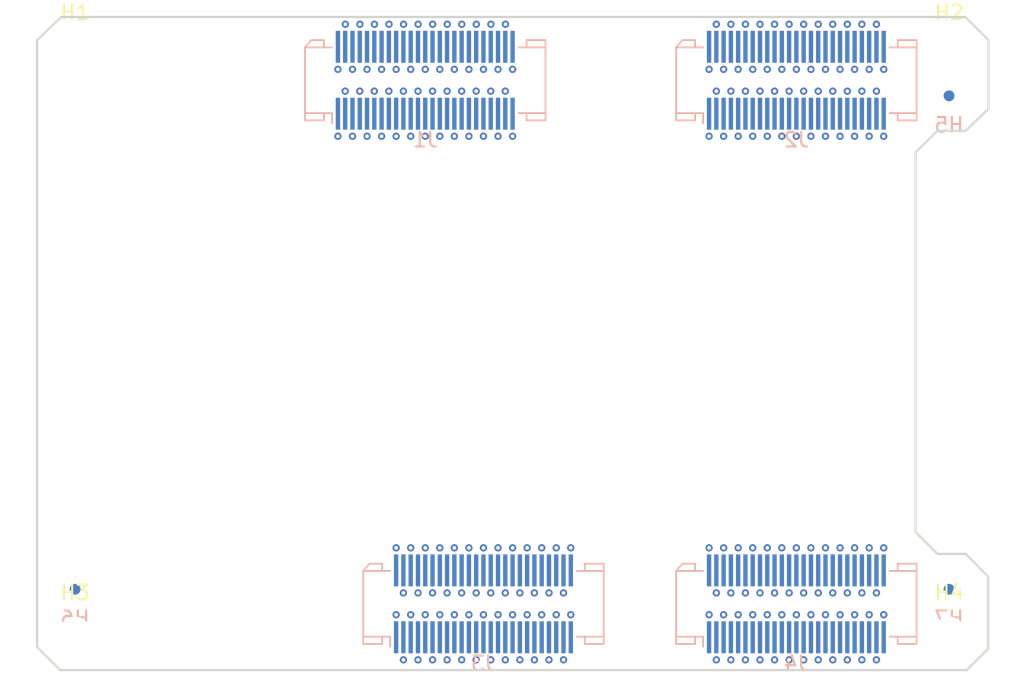
<source format=kicad_pcb>
(kicad_pcb (version 20211014) (generator pcbnew)
  (layers (0 "F.Cu" signal) (1 "In1.Cu" signal) (2 "In2.Cu" signal) (31 "B.Cu" signal) (34 "B.Paste" user) (35 "F.Paste" user) (36 "B.SilkS" user "B.Silkscreen") (37 "F.SilkS" user "F.Silkscreen") (38 "B.Mask" user) (39 "F.Mask" user) (44 "Edge.Cuts" user))
  (net 0 "")
  (footprint "MountingHole:MountingHole_2.2mm_M2_ISO7380" (layer "F.Cu") (at 34.58 87.68)
    (fp_text reference "H3" (at 0 -2.75) (layer "F.SilkS"))
    (fp_text value "MountingHole")
    (pad "" np_thru_hole circle locked (at 0 0) (size 2.2 2.2) (drill 2.2) (layers *.Cu *.Mask))
  )
  (footprint "MountingHole:MountingHole_2.2mm_M2_ISO7380" (layer "F.Cu") (at 34.58 47.78)
    (fp_text reference "H1" (at 0 -2.75) (layer "F.SilkS"))
    (fp_text value "MountingHole")
    (pad "" np_thru_hole circle locked (at 0 0) (size 2.2 2.2) (drill 2.2) (layers *.Cu *.Mask))
  )
  (footprint "MountingHole:MountingHole_2.2mm_M2_ISO7380" (layer "F.Cu") (at 94.65 47.78)
    (fp_text reference "H2" (at 0 -2.75) (layer "F.SilkS"))
    (fp_text value "MountingHole")
    (pad "" np_thru_hole circle locked (at 0 0) (size 2.2 2.2) (drill 2.2) (layers *.Cu *.Mask))
  )
  (footprint "MountingHole:MountingHole_2.2mm_M2_ISO7380" (layer "F.Cu") (at 94.65 87.68)
    (fp_text reference "H4" (at 0 -2.75) (layer "F.SilkS"))
    (fp_text value "MountingHole")
    (pad "" np_thru_hole circle locked (at 0 0) (size 2.2 2.2) (drill 2.2) (layers *.Cu *.Mask))
  )
  (footprint "4UCON:4UCON_2x25_P0.50mm_Vertical" (layer "B.Cu") (at 58.65 49.7)
    (fp_text reference "J1" (at 0 4.1) (layer "B.SilkS") (effects (justify mirror)))
    (fp_text value "BANK_A")
    (fp_line (start -8.26 -2.26) (end -7.826667 -2.76) (layer "B.SilkS") (width 0.12))
    (fp_line (start 6.96 2.76) (end 6.96 2.26) (layer "B.SilkS") (width 0.12))
    (fp_line (start -6.96 -2.76) (end -6.96 -2.26) (layer "B.SilkS") (width 0.12))
    (fp_line (start -7.826667 -2.76) (end -6.96 -2.76) (layer "B.SilkS") (width 0.12))
    (fp_line (start 8.26 2.76) (end 6.96 2.76) (layer "B.SilkS") (width 0.12))
    (fp_line (start 8.26 2.26) (end 6.41 2.26) (layer "B.SilkS") (width 0.12))
    (fp_line (start -6.41 2.26) (end -6.41 2.95) (layer "B.SilkS") (width 0.12))
    (fp_line (start 8.26 2.26) (end 8.26 2.76) (layer "B.SilkS") (width 0.12))
    (fp_line (start -8.26 -2.26) (end -8.26 2.26) (layer "B.SilkS") (width 0.12))
    (fp_line (start -6.96 2.76) (end -6.96 2.26) (layer "B.SilkS") (width 0.12))
    (fp_line (start -8.26 2.26) (end -8.26 2.76) (layer "B.SilkS") (width 0.12))
    (fp_line (start 8.26 -2.76) (end 6.96 -2.76) (layer "B.SilkS") (width 0.12))
    (fp_line (start -6.41 -2.26) (end -8.26 -2.26) (layer "B.SilkS") (width 0.12))
    (fp_line (start -8.26 2.26) (end -6.41 2.26) (layer "B.SilkS") (width 0.12))
    (fp_line (start 6.96 -2.76) (end 6.96 -2.26) (layer "B.SilkS") (width 0.12))
    (fp_line (start 6.41 -2.26) (end 8.26 -2.26) (layer "B.SilkS") (width 0.12))
    (fp_line (start -8.26 2.76) (end -6.96 2.76) (layer "B.SilkS") (width 0.12))
    (fp_line (start 8.26 -2.26) (end 8.26 -2.76) (layer "B.SilkS") (width 0.12))
    (fp_line (start 8.26 -2.26) (end 8.26 2.26) (layer "B.SilkS") (width 0.12))
    (pad "1" smd rect locked (at -6 -2.3) (size 0.3 2.2) (layers "B.Cu" "B.Paste" "B.Mask"))
    (pad "2" smd rect locked (at -5.5 -2.3) (size 0.3 2.2) (layers "B.Cu" "B.Paste" "B.Mask"))
    (pad "3" smd rect locked (at -5 -2.3) (size 0.3 2.2) (layers "B.Cu" "B.Paste" "B.Mask"))
    (pad "4" smd rect locked (at -4.5 -2.3) (size 0.3 2.2) (layers "B.Cu" "B.Paste" "B.Mask"))
    (pad "5" smd rect locked (at -4 -2.3) (size 0.3 2.2) (layers "B.Cu" "B.Paste" "B.Mask"))
    (pad "6" smd rect locked (at -3.5 -2.3) (size 0.3 2.2) (layers "B.Cu" "B.Paste" "B.Mask"))
    (pad "7" smd rect locked (at -3 -2.3) (size 0.3 2.2) (layers "B.Cu" "B.Paste" "B.Mask"))
    (pad "8" smd rect locked (at -2.5 -2.3) (size 0.3 2.2) (layers "B.Cu" "B.Paste" "B.Mask"))
    (pad "9" smd rect locked (at -2 -2.3) (size 0.3 2.2) (layers "B.Cu" "B.Paste" "B.Mask"))
    (pad "10" smd rect locked (at -1.5 -2.3) (size 0.3 2.2) (layers "B.Cu" "B.Paste" "B.Mask"))
    (pad "11" smd rect locked (at -1 -2.3) (size 0.3 2.2) (layers "B.Cu" "B.Paste" "B.Mask"))
    (pad "12" smd rect locked (at -0.5 -2.3) (size 0.3 2.2) (layers "B.Cu" "B.Paste" "B.Mask"))
    (pad "13" smd rect locked (at 0 -2.3) (size 0.3 2.2) (layers "B.Cu" "B.Paste" "B.Mask"))
    (pad "14" smd rect locked (at 0.5 -2.3) (size 0.3 2.2) (layers "B.Cu" "B.Paste" "B.Mask"))
    (pad "15" smd rect locked (at 1 -2.3) (size 0.3 2.2) (layers "B.Cu" "B.Paste" "B.Mask"))
    (pad "16" smd rect locked (at 1.5 -2.3) (size 0.3 2.2) (layers "B.Cu" "B.Paste" "B.Mask"))
    (pad "17" smd rect locked (at 2 -2.3) (size 0.3 2.2) (layers "B.Cu" "B.Paste" "B.Mask"))
    (pad "18" smd rect locked (at 2.5 -2.3) (size 0.3 2.2) (layers "B.Cu" "B.Paste" "B.Mask"))
    (pad "19" smd rect locked (at 3 -2.3) (size 0.3 2.2) (layers "B.Cu" "B.Paste" "B.Mask"))
    (pad "20" smd rect locked (at 3.5 -2.3) (size 0.3 2.2) (layers "B.Cu" "B.Paste" "B.Mask"))
    (pad "21" smd rect locked (at 4 -2.3) (size 0.3 2.2) (layers "B.Cu" "B.Paste" "B.Mask"))
    (pad "22" smd rect locked (at 4.5 -2.3) (size 0.3 2.2) (layers "B.Cu" "B.Paste" "B.Mask"))
    (pad "23" smd rect locked (at 5 -2.3) (size 0.3 2.2) (layers "B.Cu" "B.Paste" "B.Mask"))
    (pad "24" smd rect locked (at 5.5 -2.3) (size 0.3 2.2) (layers "B.Cu" "B.Paste" "B.Mask"))
    (pad "25" smd rect locked (at 6 -2.3) (size 0.3 2.2) (layers "B.Cu" "B.Paste" "B.Mask"))
    (pad "26" smd rect locked (at 6 2.3) (size 0.3 2.2) (layers "B.Cu" "B.Paste" "B.Mask"))
    (pad "27" smd rect locked (at 5.5 2.3) (size 0.3 2.2) (layers "B.Cu" "B.Paste" "B.Mask"))
    (pad "28" smd rect locked (at 5 2.3) (size 0.3 2.2) (layers "B.Cu" "B.Paste" "B.Mask"))
    (pad "29" smd rect locked (at 4.5 2.3) (size 0.3 2.2) (layers "B.Cu" "B.Paste" "B.Mask"))
    (pad "30" smd rect locked (at 4 2.3) (size 0.3 2.2) (layers "B.Cu" "B.Paste" "B.Mask"))
    (pad "31" smd rect locked (at 3.5 2.3) (size 0.3 2.2) (layers "B.Cu" "B.Paste" "B.Mask"))
    (pad "32" smd rect locked (at 3 2.3) (size 0.3 2.2) (layers "B.Cu" "B.Paste" "B.Mask"))
    (pad "33" smd rect locked (at 2.5 2.3) (size 0.3 2.2) (layers "B.Cu" "B.Paste" "B.Mask"))
    (pad "34" smd rect locked (at 2 2.3) (size 0.3 2.2) (layers "B.Cu" "B.Paste" "B.Mask"))
    (pad "35" smd rect locked (at 1.5 2.3) (size 0.3 2.2) (layers "B.Cu" "B.Paste" "B.Mask"))
    (pad "36" smd rect locked (at 1 2.3) (size 0.3 2.2) (layers "B.Cu" "B.Paste" "B.Mask"))
    (pad "37" smd rect locked (at 0.5 2.3) (size 0.3 2.2) (layers "B.Cu" "B.Paste" "B.Mask"))
    (pad "38" smd rect locked (at 0 2.3) (size 0.3 2.2) (layers "B.Cu" "B.Paste" "B.Mask"))
    (pad "39" smd rect locked (at -0.5 2.3) (size 0.3 2.2) (layers "B.Cu" "B.Paste" "B.Mask"))
    (pad "40" smd rect locked (at -1 2.3) (size 0.3 2.2) (layers "B.Cu" "B.Paste" "B.Mask"))
    (pad "41" smd rect locked (at -1.5 2.3) (size 0.3 2.2) (layers "B.Cu" "B.Paste" "B.Mask"))
    (pad "42" smd rect locked (at -2 2.3) (size 0.3 2.2) (layers "B.Cu" "B.Paste" "B.Mask"))
    (pad "43" smd rect locked (at -2.5 2.3) (size 0.3 2.2) (layers "B.Cu" "B.Paste" "B.Mask"))
    (pad "44" smd rect locked (at -3 2.3) (size 0.3 2.2) (layers "B.Cu" "B.Paste" "B.Mask"))
    (pad "45" smd rect locked (at -3.5 2.3) (size 0.3 2.2) (layers "B.Cu" "B.Paste" "B.Mask"))
    (pad "46" smd rect locked (at -4 2.3) (size 0.3 2.2) (layers "B.Cu" "B.Paste" "B.Mask"))
    (pad "47" smd rect locked (at -4.5 2.3) (size 0.3 2.2) (layers "B.Cu" "B.Paste" "B.Mask"))
    (pad "48" smd rect locked (at -5 2.3) (size 0.3 2.2) (layers "B.Cu" "B.Paste" "B.Mask"))
    (pad "49" smd rect locked (at -5.5 2.3) (size 0.3 2.2) (layers "B.Cu" "B.Paste" "B.Mask"))
    (pad "50" smd rect locked (at -6 2.3) (size 0.3 2.2) (layers "B.Cu" "B.Paste" "B.Mask"))
  )
  (footprint "4UCON:4UCON_2x25_P0.50mm_Vertical" (layer "B.Cu") (at 84.15 49.7)
    (fp_text reference "J2" (at 0 4.1) (layer "B.SilkS") (effects (justify mirror)))
    (fp_text value "BANK_C")
    (fp_line (start 8.26 2.26) (end 6.41 2.26) (layer "B.SilkS") (width 0.12))
    (fp_line (start -8.26 -2.26) (end -8.26 2.26) (layer "B.SilkS") (width 0.12))
    (fp_line (start -6.96 -2.76) (end -6.96 -2.26) (layer "B.SilkS") (width 0.12))
    (fp_line (start 6.41 -2.26) (end 8.26 -2.26) (layer "B.SilkS") (width 0.12))
    (fp_line (start -8.26 2.26) (end -6.41 2.26) (layer "B.SilkS") (width 0.12))
    (fp_line (start -6.96 2.76) (end -6.96 2.26) (layer "B.SilkS") (width 0.12))
    (fp_line (start 6.96 -2.76) (end 6.96 -2.26) (layer "B.SilkS") (width 0.12))
    (fp_line (start -6.41 2.26) (end -6.41 2.95) (layer "B.SilkS") (width 0.12))
    (fp_line (start 8.26 2.76) (end 6.96 2.76) (layer "B.SilkS") (width 0.12))
    (fp_line (start 8.26 2.26) (end 8.26 2.76) (layer "B.SilkS") (width 0.12))
    (fp_line (start -7.826667 -2.76) (end -6.96 -2.76) (layer "B.SilkS") (width 0.12))
    (fp_line (start 6.96 2.76) (end 6.96 2.26) (layer "B.SilkS") (width 0.12))
    (fp_line (start -8.26 -2.26) (end -7.826667 -2.76) (layer "B.SilkS") (width 0.12))
    (fp_line (start 8.26 -2.26) (end 8.26 2.26) (layer "B.SilkS") (width 0.12))
    (fp_line (start -8.26 2.26) (end -8.26 2.76) (layer "B.SilkS") (width 0.12))
    (fp_line (start -8.26 2.76) (end -6.96 2.76) (layer "B.SilkS") (width 0.12))
    (fp_line (start 8.26 -2.26) (end 8.26 -2.76) (layer "B.SilkS") (width 0.12))
    (fp_line (start 8.26 -2.76) (end 6.96 -2.76) (layer "B.SilkS") (width 0.12))
    (fp_line (start -6.41 -2.26) (end -8.26 -2.26) (layer "B.SilkS") (width 0.12))
    (pad "1" smd rect locked (at -6 -2.3) (size 0.3 2.2) (layers "B.Cu" "B.Paste" "B.Mask"))
    (pad "2" smd rect locked (at -5.5 -2.3) (size 0.3 2.2) (layers "B.Cu" "B.Paste" "B.Mask"))
    (pad "3" smd rect locked (at -5 -2.3) (size 0.3 2.2) (layers "B.Cu" "B.Paste" "B.Mask"))
    (pad "4" smd rect locked (at -4.5 -2.3) (size 0.3 2.2) (layers "B.Cu" "B.Paste" "B.Mask"))
    (pad "5" smd rect locked (at -4 -2.3) (size 0.3 2.2) (layers "B.Cu" "B.Paste" "B.Mask"))
    (pad "6" smd rect locked (at -3.5 -2.3) (size 0.3 2.2) (layers "B.Cu" "B.Paste" "B.Mask"))
    (pad "7" smd rect locked (at -3 -2.3) (size 0.3 2.2) (layers "B.Cu" "B.Paste" "B.Mask"))
    (pad "8" smd rect locked (at -2.5 -2.3) (size 0.3 2.2) (layers "B.Cu" "B.Paste" "B.Mask"))
    (pad "9" smd rect locked (at -2 -2.3) (size 0.3 2.2) (layers "B.Cu" "B.Paste" "B.Mask"))
    (pad "10" smd rect locked (at -1.5 -2.3) (size 0.3 2.2) (layers "B.Cu" "B.Paste" "B.Mask"))
    (pad "11" smd rect locked (at -1 -2.3) (size 0.3 2.2) (layers "B.Cu" "B.Paste" "B.Mask"))
    (pad "12" smd rect locked (at -0.5 -2.3) (size 0.3 2.2) (layers "B.Cu" "B.Paste" "B.Mask"))
    (pad "13" smd rect locked (at 0 -2.3) (size 0.3 2.2) (layers "B.Cu" "B.Paste" "B.Mask"))
    (pad "14" smd rect locked (at 0.5 -2.3) (size 0.3 2.2) (layers "B.Cu" "B.Paste" "B.Mask"))
    (pad "15" smd rect locked (at 1 -2.3) (size 0.3 2.2) (layers "B.Cu" "B.Paste" "B.Mask"))
    (pad "16" smd rect locked (at 1.5 -2.3) (size 0.3 2.2) (layers "B.Cu" "B.Paste" "B.Mask"))
    (pad "17" smd rect locked (at 2 -2.3) (size 0.3 2.2) (layers "B.Cu" "B.Paste" "B.Mask"))
    (pad "18" smd rect locked (at 2.5 -2.3) (size 0.3 2.2) (layers "B.Cu" "B.Paste" "B.Mask"))
    (pad "19" smd rect locked (at 3 -2.3) (size 0.3 2.2) (layers "B.Cu" "B.Paste" "B.Mask"))
    (pad "20" smd rect locked (at 3.5 -2.3) (size 0.3 2.2) (layers "B.Cu" "B.Paste" "B.Mask"))
    (pad "21" smd rect locked (at 4 -2.3) (size 0.3 2.2) (layers "B.Cu" "B.Paste" "B.Mask"))
    (pad "22" smd rect locked (at 4.5 -2.3) (size 0.3 2.2) (layers "B.Cu" "B.Paste" "B.Mask"))
    (pad "23" smd rect locked (at 5 -2.3) (size 0.3 2.2) (layers "B.Cu" "B.Paste" "B.Mask"))
    (pad "24" smd rect locked (at 5.5 -2.3) (size 0.3 2.2) (layers "B.Cu" "B.Paste" "B.Mask"))
    (pad "25" smd rect locked (at 6 -2.3) (size 0.3 2.2) (layers "B.Cu" "B.Paste" "B.Mask"))
    (pad "26" smd rect locked (at 6 2.3) (size 0.3 2.2) (layers "B.Cu" "B.Paste" "B.Mask"))
    (pad "27" smd rect locked (at 5.5 2.3) (size 0.3 2.2) (layers "B.Cu" "B.Paste" "B.Mask"))
    (pad "28" smd rect locked (at 5 2.3) (size 0.3 2.2) (layers "B.Cu" "B.Paste" "B.Mask"))
    (pad "29" smd rect locked (at 4.5 2.3) (size 0.3 2.2) (layers "B.Cu" "B.Paste" "B.Mask"))
    (pad "30" smd rect locked (at 4 2.3) (size 0.3 2.2) (layers "B.Cu" "B.Paste" "B.Mask"))
    (pad "31" smd rect locked (at 3.5 2.3) (size 0.3 2.2) (layers "B.Cu" "B.Paste" "B.Mask"))
    (pad "32" smd rect locked (at 3 2.3) (size 0.3 2.2) (layers "B.Cu" "B.Paste" "B.Mask"))
    (pad "33" smd rect locked (at 2.5 2.3) (size 0.3 2.2) (layers "B.Cu" "B.Paste" "B.Mask"))
    (pad "34" smd rect locked (at 2 2.3) (size 0.3 2.2) (layers "B.Cu" "B.Paste" "B.Mask"))
    (pad "35" smd rect locked (at 1.5 2.3) (size 0.3 2.2) (layers "B.Cu" "B.Paste" "B.Mask"))
    (pad "36" smd rect locked (at 1 2.3) (size 0.3 2.2) (layers "B.Cu" "B.Paste" "B.Mask"))
    (pad "37" smd rect locked (at 0.5 2.3) (size 0.3 2.2) (layers "B.Cu" "B.Paste" "B.Mask"))
    (pad "38" smd rect locked (at 0 2.3) (size 0.3 2.2) (layers "B.Cu" "B.Paste" "B.Mask"))
    (pad "39" smd rect locked (at -0.5 2.3) (size 0.3 2.2) (layers "B.Cu" "B.Paste" "B.Mask"))
    (pad "40" smd rect locked (at -1 2.3) (size 0.3 2.2) (layers "B.Cu" "B.Paste" "B.Mask"))
    (pad "41" smd rect locked (at -1.5 2.3) (size 0.3 2.2) (layers "B.Cu" "B.Paste" "B.Mask"))
    (pad "42" smd rect locked (at -2 2.3) (size 0.3 2.2) (layers "B.Cu" "B.Paste" "B.Mask"))
    (pad "43" smd rect locked (at -2.5 2.3) (size 0.3 2.2) (layers "B.Cu" "B.Paste" "B.Mask"))
    (pad "44" smd rect locked (at -3 2.3) (size 0.3 2.2) (layers "B.Cu" "B.Paste" "B.Mask"))
    (pad "45" smd rect locked (at -3.5 2.3) (size 0.3 2.2) (layers "B.Cu" "B.Paste" "B.Mask"))
    (pad "46" smd rect locked (at -4 2.3) (size 0.3 2.2) (layers "B.Cu" "B.Paste" "B.Mask"))
    (pad "47" smd rect locked (at -4.5 2.3) (size 0.3 2.2) (layers "B.Cu" "B.Paste" "B.Mask"))
    (pad "48" smd rect locked (at -5 2.3) (size 0.3 2.2) (layers "B.Cu" "B.Paste" "B.Mask"))
    (pad "49" smd rect locked (at -5.5 2.3) (size 0.3 2.2) (layers "B.Cu" "B.Paste" "B.Mask"))
    (pad "50" smd rect locked (at -6 2.3) (size 0.3 2.2) (layers "B.Cu" "B.Paste" "B.Mask"))
  )
  (footprint "Fiducial:Fiducial_0.75mm_Dia_1.5mm_Outer" (layer "B.Cu") (at 94.64 50.77)
    (fp_text reference "H5" (at 0 2) (layer "B.SilkS") (effects (justify mirror)))
    (fp_text value "MountingHole")
    (pad "" smd circle locked (at 0 0) (size 0.75 0.75) (layers "B.Cu" "B.Mask") (clearance 0.375))
  )
  (footprint "Fiducial:Fiducial_0.75mm_Dia_1.5mm_Outer" (layer "B.Cu") (at 34.59 84.7)
    (fp_text reference "H6" (at 0 2) (layer "B.SilkS") (effects (justify mirror)))
    (fp_text value "MountingHole")
    (pad "" smd circle locked (at 0 0) (size 0.75 0.75) (layers "B.Cu" "B.Mask") (clearance 0.375))
  )
  (footprint "Fiducial:Fiducial_0.75mm_Dia_1.5mm_Outer" (layer "B.Cu") (at 94.64 84.7)
    (fp_text reference "H7" (at 0 2) (layer "B.SilkS") (effects (justify mirror)))
    (fp_text value "MountingHole")
    (pad "" smd circle locked (at 0 0) (size 0.75 0.75) (layers "B.Cu" "B.Mask") (clearance 0.375))
  )
  (footprint "4UCON:4UCON_2x25_P0.50mm_Vertical" (layer "B.Cu") (at 62.65 85.7)
    (fp_text reference "J3" (at 0 4.1) (layer "B.SilkS") (effects (justify mirror)))
    (fp_text value "BANK_B")
    (fp_line (start 6.96 2.76) (end 6.96 2.26) (layer "B.SilkS") (width 0.12))
    (fp_line (start -8.26 2.26) (end -8.26 2.76) (layer "B.SilkS") (width 0.12))
    (fp_line (start -8.26 -2.26) (end -7.826667 -2.76) (layer "B.SilkS") (width 0.12))
    (fp_line (start -6.41 -2.26) (end -8.26 -2.26) (layer "B.SilkS") (width 0.12))
    (fp_line (start -7.826667 -2.76) (end -6.96 -2.76) (layer "B.SilkS") (width 0.12))
    (fp_line (start -8.26 2.76) (end -6.96 2.76) (layer "B.SilkS") (width 0.12))
    (fp_line (start -6.41 2.26) (end -6.41 2.95) (layer "B.SilkS") (width 0.12))
    (fp_line (start -8.26 2.26) (end -6.41 2.26) (layer "B.SilkS") (width 0.12))
    (fp_line (start 8.26 2.26) (end 6.41 2.26) (layer "B.SilkS") (width 0.12))
    (fp_line (start 6.41 -2.26) (end 8.26 -2.26) (layer "B.SilkS") (width 0.12))
    (fp_line (start 8.26 -2.26) (end 8.26 -2.76) (layer "B.SilkS") (width 0.12))
    (fp_line (start 8.26 -2.26) (end 8.26 2.26) (layer "B.SilkS") (width 0.12))
    (fp_line (start 8.26 2.76) (end 6.96 2.76) (layer "B.SilkS") (width 0.12))
    (fp_line (start 8.26 2.26) (end 8.26 2.76) (layer "B.SilkS") (width 0.12))
    (fp_line (start -6.96 -2.76) (end -6.96 -2.26) (layer "B.SilkS") (width 0.12))
    (fp_line (start 6.96 -2.76) (end 6.96 -2.26) (layer "B.SilkS") (width 0.12))
    (fp_line (start -6.96 2.76) (end -6.96 2.26) (layer "B.SilkS") (width 0.12))
    (fp_line (start 8.26 -2.76) (end 6.96 -2.76) (layer "B.SilkS") (width 0.12))
    (fp_line (start -8.26 -2.26) (end -8.26 2.26) (layer "B.SilkS") (width 0.12))
    (pad "1" smd rect locked (at -6 -2.3) (size 0.3 2.2) (layers "B.Cu" "B.Paste" "B.Mask"))
    (pad "2" smd rect locked (at -5.5 -2.3) (size 0.3 2.2) (layers "B.Cu" "B.Paste" "B.Mask"))
    (pad "3" smd rect locked (at -5 -2.3) (size 0.3 2.2) (layers "B.Cu" "B.Paste" "B.Mask"))
    (pad "4" smd rect locked (at -4.5 -2.3) (size 0.3 2.2) (layers "B.Cu" "B.Paste" "B.Mask"))
    (pad "5" smd rect locked (at -4 -2.3) (size 0.3 2.2) (layers "B.Cu" "B.Paste" "B.Mask"))
    (pad "6" smd rect locked (at -3.5 -2.3) (size 0.3 2.2) (layers "B.Cu" "B.Paste" "B.Mask"))
    (pad "7" smd rect locked (at -3 -2.3) (size 0.3 2.2) (layers "B.Cu" "B.Paste" "B.Mask"))
    (pad "8" smd rect locked (at -2.5 -2.3) (size 0.3 2.2) (layers "B.Cu" "B.Paste" "B.Mask"))
    (pad "9" smd rect locked (at -2 -2.3) (size 0.3 2.2) (layers "B.Cu" "B.Paste" "B.Mask"))
    (pad "10" smd rect locked (at -1.5 -2.3) (size 0.3 2.2) (layers "B.Cu" "B.Paste" "B.Mask"))
    (pad "11" smd rect locked (at -1 -2.3) (size 0.3 2.2) (layers "B.Cu" "B.Paste" "B.Mask"))
    (pad "12" smd rect locked (at -0.5 -2.3) (size 0.3 2.2) (layers "B.Cu" "B.Paste" "B.Mask"))
    (pad "13" smd rect locked (at 0 -2.3) (size 0.3 2.2) (layers "B.Cu" "B.Paste" "B.Mask"))
    (pad "14" smd rect locked (at 0.5 -2.3) (size 0.3 2.2) (layers "B.Cu" "B.Paste" "B.Mask"))
    (pad "15" smd rect locked (at 1 -2.3) (size 0.3 2.2) (layers "B.Cu" "B.Paste" "B.Mask"))
    (pad "16" smd rect locked (at 1.5 -2.3) (size 0.3 2.2) (layers "B.Cu" "B.Paste" "B.Mask"))
    (pad "17" smd rect locked (at 2 -2.3) (size 0.3 2.2) (layers "B.Cu" "B.Paste" "B.Mask"))
    (pad "18" smd rect locked (at 2.5 -2.3) (size 0.3 2.2) (layers "B.Cu" "B.Paste" "B.Mask"))
    (pad "19" smd rect locked (at 3 -2.3) (size 0.3 2.2) (layers "B.Cu" "B.Paste" "B.Mask"))
    (pad "20" smd rect locked (at 3.5 -2.3) (size 0.3 2.2) (layers "B.Cu" "B.Paste" "B.Mask"))
    (pad "21" smd rect locked (at 4 -2.3) (size 0.3 2.2) (layers "B.Cu" "B.Paste" "B.Mask"))
    (pad "22" smd rect locked (at 4.5 -2.3) (size 0.3 2.2) (layers "B.Cu" "B.Paste" "B.Mask"))
    (pad "23" smd rect locked (at 5 -2.3) (size 0.3 2.2) (layers "B.Cu" "B.Paste" "B.Mask"))
    (pad "24" smd rect locked (at 5.5 -2.3) (size 0.3 2.2) (layers "B.Cu" "B.Paste" "B.Mask"))
    (pad "25" smd rect locked (at 6 -2.3) (size 0.3 2.2) (layers "B.Cu" "B.Paste" "B.Mask"))
    (pad "26" smd rect locked (at 6 2.3) (size 0.3 2.2) (layers "B.Cu" "B.Paste" "B.Mask"))
    (pad "27" smd rect locked (at 5.5 2.3) (size 0.3 2.2) (layers "B.Cu" "B.Paste" "B.Mask"))
    (pad "28" smd rect locked (at 5 2.3) (size 0.3 2.2) (layers "B.Cu" "B.Paste" "B.Mask"))
    (pad "29" smd rect locked (at 4.5 2.3) (size 0.3 2.2) (layers "B.Cu" "B.Paste" "B.Mask"))
    (pad "30" smd rect locked (at 4 2.3) (size 0.3 2.2) (layers "B.Cu" "B.Paste" "B.Mask"))
    (pad "31" smd rect locked (at 3.5 2.3) (size 0.3 2.2) (layers "B.Cu" "B.Paste" "B.Mask"))
    (pad "32" smd rect locked (at 3 2.3) (size 0.3 2.2) (layers "B.Cu" "B.Paste" "B.Mask"))
    (pad "33" smd rect locked (at 2.5 2.3) (size 0.3 2.2) (layers "B.Cu" "B.Paste" "B.Mask"))
    (pad "34" smd rect locked (at 2 2.3) (size 0.3 2.2) (layers "B.Cu" "B.Paste" "B.Mask"))
    (pad "35" smd rect locked (at 1.5 2.3) (size 0.3 2.2) (layers "B.Cu" "B.Paste" "B.Mask"))
    (pad "36" smd rect locked (at 1 2.3) (size 0.3 2.2) (layers "B.Cu" "B.Paste" "B.Mask"))
    (pad "37" smd rect locked (at 0.5 2.3) (size 0.3 2.2) (layers "B.Cu" "B.Paste" "B.Mask"))
    (pad "38" smd rect locked (at 0 2.3) (size 0.3 2.2) (layers "B.Cu" "B.Paste" "B.Mask"))
    (pad "39" smd rect locked (at -0.5 2.3) (size 0.3 2.2) (layers "B.Cu" "B.Paste" "B.Mask"))
    (pad "40" smd rect locked (at -1 2.3) (size 0.3 2.2) (layers "B.Cu" "B.Paste" "B.Mask"))
    (pad "41" smd rect locked (at -1.5 2.3) (size 0.3 2.2) (layers "B.Cu" "B.Paste" "B.Mask"))
    (pad "42" smd rect locked (at -2 2.3) (size 0.3 2.2) (layers "B.Cu" "B.Paste" "B.Mask"))
    (pad "43" smd rect locked (at -2.5 2.3) (size 0.3 2.2) (layers "B.Cu" "B.Paste" "B.Mask"))
    (pad "44" smd rect locked (at -3 2.3) (size 0.3 2.2) (layers "B.Cu" "B.Paste" "B.Mask"))
    (pad "45" smd rect locked (at -3.5 2.3) (size 0.3 2.2) (layers "B.Cu" "B.Paste" "B.Mask"))
    (pad "46" smd rect locked (at -4 2.3) (size 0.3 2.2) (layers "B.Cu" "B.Paste" "B.Mask"))
    (pad "47" smd rect locked (at -4.5 2.3) (size 0.3 2.2) (layers "B.Cu" "B.Paste" "B.Mask"))
    (pad "48" smd rect locked (at -5 2.3) (size 0.3 2.2) (layers "B.Cu" "B.Paste" "B.Mask"))
    (pad "49" smd rect locked (at -5.5 2.3) (size 0.3 2.2) (layers "B.Cu" "B.Paste" "B.Mask"))
    (pad "50" smd rect locked (at -6 2.3) (size 0.3 2.2) (layers "B.Cu" "B.Paste" "B.Mask"))
  )
  (footprint "4UCON:4UCON_2x25_P0.50mm_Vertical" (layer "B.Cu") (at 84.15 85.7)
    (fp_text reference "J4" (at 0 4.1) (layer "B.SilkS") (effects (justify mirror)))
    (fp_text value "BANK_D")
    (fp_line (start 8.26 -2.26) (end 8.26 -2.76) (layer "B.SilkS") (width 0.12))
    (fp_line (start -8.26 -2.26) (end -8.26 2.26) (layer "B.SilkS") (width 0.12))
    (fp_line (start 8.26 -2.76) (end 6.96 -2.76) (layer "B.SilkS") (width 0.12))
    (fp_line (start 6.96 2.76) (end 6.96 2.26) (layer "B.SilkS") (width 0.12))
    (fp_line (start 8.26 2.26) (end 6.41 2.26) (layer "B.SilkS") (width 0.12))
    (fp_line (start -8.26 -2.26) (end -7.826667 -2.76) (layer "B.SilkS") (width 0.12))
    (fp_line (start -6.96 -2.76) (end -6.96 -2.26) (layer "B.SilkS") (width 0.12))
    (fp_line (start 8.26 2.76) (end 6.96 2.76) (layer "B.SilkS") (width 0.12))
    (fp_line (start -6.41 2.26) (end -6.41 2.95) (layer "B.SilkS") (width 0.12))
    (fp_line (start -6.96 2.76) (end -6.96 2.26) (layer "B.SilkS") (width 0.12))
    (fp_line (start -8.26 2.76) (end -6.96 2.76) (layer "B.SilkS") (width 0.12))
    (fp_line (start -6.41 -2.26) (end -8.26 -2.26) (layer "B.SilkS") (width 0.12))
    (fp_line (start -8.26 2.26) (end -8.26 2.76) (layer "B.SilkS") (width 0.12))
    (fp_line (start 8.26 -2.26) (end 8.26 2.26) (layer "B.SilkS") (width 0.12))
    (fp_line (start -7.826667 -2.76) (end -6.96 -2.76) (layer "B.SilkS") (width 0.12))
    (fp_line (start 8.26 2.26) (end 8.26 2.76) (layer "B.SilkS") (width 0.12))
    (fp_line (start 6.41 -2.26) (end 8.26 -2.26) (layer "B.SilkS") (width 0.12))
    (fp_line (start 6.96 -2.76) (end 6.96 -2.26) (layer "B.SilkS") (width 0.12))
    (fp_line (start -8.26 2.26) (end -6.41 2.26) (layer "B.SilkS") (width 0.12))
    (pad "1" smd rect locked (at -6 -2.3) (size 0.3 2.2) (layers "B.Cu" "B.Paste" "B.Mask"))
    (pad "2" smd rect locked (at -5.5 -2.3) (size 0.3 2.2) (layers "B.Cu" "B.Paste" "B.Mask"))
    (pad "3" smd rect locked (at -5 -2.3) (size 0.3 2.2) (layers "B.Cu" "B.Paste" "B.Mask"))
    (pad "4" smd rect locked (at -4.5 -2.3) (size 0.3 2.2) (layers "B.Cu" "B.Paste" "B.Mask"))
    (pad "5" smd rect locked (at -4 -2.3) (size 0.3 2.2) (layers "B.Cu" "B.Paste" "B.Mask"))
    (pad "6" smd rect locked (at -3.5 -2.3) (size 0.3 2.2) (layers "B.Cu" "B.Paste" "B.Mask"))
    (pad "7" smd rect locked (at -3 -2.3) (size 0.3 2.2) (layers "B.Cu" "B.Paste" "B.Mask"))
    (pad "8" smd rect locked (at -2.5 -2.3) (size 0.3 2.2) (layers "B.Cu" "B.Paste" "B.Mask"))
    (pad "9" smd rect locked (at -2 -2.3) (size 0.3 2.2) (layers "B.Cu" "B.Paste" "B.Mask"))
    (pad "10" smd rect locked (at -1.5 -2.3) (size 0.3 2.2) (layers "B.Cu" "B.Paste" "B.Mask"))
    (pad "11" smd rect locked (at -1 -2.3) (size 0.3 2.2) (layers "B.Cu" "B.Paste" "B.Mask"))
    (pad "12" smd rect locked (at -0.5 -2.3) (size 0.3 2.2) (layers "B.Cu" "B.Paste" "B.Mask"))
    (pad "13" smd rect locked (at 0 -2.3) (size 0.3 2.2) (layers "B.Cu" "B.Paste" "B.Mask"))
    (pad "14" smd rect locked (at 0.5 -2.3) (size 0.3 2.2) (layers "B.Cu" "B.Paste" "B.Mask"))
    (pad "15" smd rect locked (at 1 -2.3) (size 0.3 2.2) (layers "B.Cu" "B.Paste" "B.Mask"))
    (pad "16" smd rect locked (at 1.5 -2.3) (size 0.3 2.2) (layers "B.Cu" "B.Paste" "B.Mask"))
    (pad "17" smd rect locked (at 2 -2.3) (size 0.3 2.2) (layers "B.Cu" "B.Paste" "B.Mask"))
    (pad "18" smd rect locked (at 2.5 -2.3) (size 0.3 2.2) (layers "B.Cu" "B.Paste" "B.Mask"))
    (pad "19" smd rect locked (at 3 -2.3) (size 0.3 2.2) (layers "B.Cu" "B.Paste" "B.Mask"))
    (pad "20" smd rect locked (at 3.5 -2.3) (size 0.3 2.2) (layers "B.Cu" "B.Paste" "B.Mask"))
    (pad "21" smd rect locked (at 4 -2.3) (size 0.3 2.2) (layers "B.Cu" "B.Paste" "B.Mask"))
    (pad "22" smd rect locked (at 4.5 -2.3) (size 0.3 2.2) (layers "B.Cu" "B.Paste" "B.Mask"))
    (pad "23" smd rect locked (at 5 -2.3) (size 0.3 2.2) (layers "B.Cu" "B.Paste" "B.Mask"))
    (pad "24" smd rect locked (at 5.5 -2.3) (size 0.3 2.2) (layers "B.Cu" "B.Paste" "B.Mask"))
    (pad "25" smd rect locked (at 6 -2.3) (size 0.3 2.2) (layers "B.Cu" "B.Paste" "B.Mask"))
    (pad "26" smd rect locked (at 6 2.3) (size 0.3 2.2) (layers "B.Cu" "B.Paste" "B.Mask"))
    (pad "27" smd rect locked (at 5.5 2.3) (size 0.3 2.2) (layers "B.Cu" "B.Paste" "B.Mask"))
    (pad "28" smd rect locked (at 5 2.3) (size 0.3 2.2) (layers "B.Cu" "B.Paste" "B.Mask"))
    (pad "29" smd rect locked (at 4.5 2.3) (size 0.3 2.2) (layers "B.Cu" "B.Paste" "B.Mask"))
    (pad "30" smd rect locked (at 4 2.3) (size 0.3 2.2) (layers "B.Cu" "B.Paste" "B.Mask"))
    (pad "31" smd rect locked (at 3.5 2.3) (size 0.3 2.2) (layers "B.Cu" "B.Paste" "B.Mask"))
    (pad "32" smd rect locked (at 3 2.3) (size 0.3 2.2) (layers "B.Cu" "B.Paste" "B.Mask"))
    (pad "33" smd rect locked (at 2.5 2.3) (size 0.3 2.2) (layers "B.Cu" "B.Paste" "B.Mask"))
    (pad "34" smd rect locked (at 2 2.3) (size 0.3 2.2) (layers "B.Cu" "B.Paste" "B.Mask"))
    (pad "35" smd rect locked (at 1.5 2.3) (size 0.3 2.2) (layers "B.Cu" "B.Paste" "B.Mask"))
    (pad "36" smd rect locked (at 1 2.3) (size 0.3 2.2) (layers "B.Cu" "B.Paste" "B.Mask"))
    (pad "37" smd rect locked (at 0.5 2.3) (size 0.3 2.2) (layers "B.Cu" "B.Paste" "B.Mask"))
    (pad "38" smd rect locked (at 0 2.3) (size 0.3 2.2) (layers "B.Cu" "B.Paste" "B.Mask"))
    (pad "39" smd rect locked (at -0.5 2.3) (size 0.3 2.2) (layers "B.Cu" "B.Paste" "B.Mask"))
    (pad "40" smd rect locked (at -1 2.3) (size 0.3 2.2) (layers "B.Cu" "B.Paste" "B.Mask"))
    (pad "41" smd rect locked (at -1.5 2.3) (size 0.3 2.2) (layers "B.Cu" "B.Paste" "B.Mask"))
    (pad "42" smd rect locked (at -2 2.3) (size 0.3 2.2) (layers "B.Cu" "B.Paste" "B.Mask"))
    (pad "43" smd rect locked (at -2.5 2.3) (size 0.3 2.2) (layers "B.Cu" "B.Paste" "B.Mask"))
    (pad "44" smd rect locked (at -3 2.3) (size 0.3 2.2) (layers "B.Cu" "B.Paste" "B.Mask"))
    (pad "45" smd rect locked (at -3.5 2.3) (size 0.3 2.2) (layers "B.Cu" "B.Paste" "B.Mask"))
    (pad "46" smd rect locked (at -4 2.3) (size 0.3 2.2) (layers "B.Cu" "B.Paste" "B.Mask"))
    (pad "47" smd rect locked (at -4.5 2.3) (size 0.3 2.2) (layers "B.Cu" "B.Paste" "B.Mask"))
    (pad "48" smd rect locked (at -5 2.3) (size 0.3 2.2) (layers "B.Cu" "B.Paste" "B.Mask"))
    (pad "49" smd rect locked (at -5.5 2.3) (size 0.3 2.2) (layers "B.Cu" "B.Paste" "B.Mask"))
    (pad "50" smd rect locked (at -6 2.3) (size 0.3 2.2) (layers "B.Cu" "B.Paste" "B.Mask"))
  )
  (gr_line (start 97.35 51.67) (end 97.35 46.94) (layer "Edge.Cuts") (width 0.15))
  (gr_line (start 95.75 45.35) (end 33.63 45.35) (layer "Edge.Cuts") (width 0.15))
  (gr_line (start 97.33 88.79) (end 97.33 83.83) (layer "Edge.Cuts") (width 0.15))
  (gr_line (start 95.75 45.35) (end 97.35 46.94) (layer "Edge.Cuts") (width 0.15))
  (gr_line (start 33.63 45.35) (end 31.98 46.95) (layer "Edge.Cuts") (width 0.15))
  (gr_line (start 92.34 54.66) (end 93.84 53.17) (layer "Edge.Cuts") (width 0.15))
  (gr_line (start 93.83 53.17) (end 95.78 53.17) (layer "Edge.Cuts") (width 0.15))
  (gr_line (start 31.98 46.95) (end 31.98 88.67) (layer "Edge.Cuts") (width 0.15))
  (gr_line (start 93.85 82.27) (end 95.79 82.27) (layer "Edge.Cuts") (width 0.15))
  (gr_line (start 95.78 53.17) (end 97.35 51.67) (layer "Edge.Cuts") (width 0.15))
  (gr_line (start 31.98 88.67) (end 33.57 90.26) (layer "Edge.Cuts") (width 0.15))
  (gr_line (start 95.85 90.26) (end 97.33 88.79) (layer "Edge.Cuts") (width 0.15))
  (gr_line (start 93.85 82.27) (end 92.34 80.77) (layer "Edge.Cuts") (width 0.15))
  (gr_line (start 97.33 83.83) (end 95.79 82.27) (layer "Edge.Cuts") (width 0.15))
  (gr_line (start 92.34 54.67) (end 92.34 80.77) (layer "Edge.Cuts") (width 0.15))
  (gr_line (start 95.85 90.26) (end 33.57 90.26) (layer "Edge.Cuts") (width 0.15))
  (via (at 52.65 53.55) (size 0.5) (drill 0.25) (layers "F.Cu" "B.Cu") (net 0))
  (via (at 53.65 53.55) (size 0.5) (drill 0.25) (layers "F.Cu" "B.Cu") (net 0))
  (via (at 54.65 53.55) (size 0.5) (drill 0.25) (layers "F.Cu" "B.Cu") (net 0))
  (via (at 55.65 53.55) (size 0.5) (drill 0.25) (layers "F.Cu" "B.Cu") (net 0))
  (via (at 56.65 53.55) (size 0.5) (drill 0.25) (layers "F.Cu" "B.Cu") (net 0))
  (via (at 57.65 53.55) (size 0.5) (drill 0.25) (layers "F.Cu" "B.Cu") (net 0))
  (via (at 58.65 53.55) (size 0.5) (drill 0.25) (layers "F.Cu" "B.Cu") (net 0))
  (via (at 59.65 53.55) (size 0.5) (drill 0.25) (layers "F.Cu" "B.Cu") (net 0))
  (via (at 60.65 53.55) (size 0.5) (drill 0.25) (layers "F.Cu" "B.Cu") (net 0))
  (via (at 61.65 53.55) (size 0.5) (drill 0.25) (layers "F.Cu" "B.Cu") (net 0))
  (via (at 62.65 53.55) (size 0.5) (drill 0.25) (layers "F.Cu" "B.Cu") (net 0))
  (via (at 63.65 53.55) (size 0.5) (drill 0.25) (layers "F.Cu" "B.Cu") (net 0))
  (via (at 64.65 53.55) (size 0.5) (drill 0.25) (layers "F.Cu" "B.Cu") (net 0))
  (via (at 52.65 48.95) (size 0.5) (drill 0.25) (layers "F.Cu" "B.Cu") (net 0))
  (via (at 53.65 48.95) (size 0.5) (drill 0.25) (layers "F.Cu" "B.Cu") (net 0))
  (via (at 54.65 48.95) (size 0.5) (drill 0.25) (layers "F.Cu" "B.Cu") (net 0))
  (via (at 55.65 48.95) (size 0.5) (drill 0.25) (layers "F.Cu" "B.Cu") (net 0))
  (via (at 56.65 48.95) (size 0.5) (drill 0.25) (layers "F.Cu" "B.Cu") (net 0))
  (via (at 57.65 48.95) (size 0.5) (drill 0.25) (layers "F.Cu" "B.Cu") (net 0))
  (via (at 58.65 48.95) (size 0.5) (drill 0.25) (layers "F.Cu" "B.Cu") (net 0))
  (via (at 59.65 48.95) (size 0.5) (drill 0.25) (layers "F.Cu" "B.Cu") (net 0))
  (via (at 60.65 48.95) (size 0.5) (drill 0.25) (layers "F.Cu" "B.Cu") (net 0))
  (via (at 61.65 48.95) (size 0.5) (drill 0.25) (layers "F.Cu" "B.Cu") (net 0))
  (via (at 62.65 48.95) (size 0.5) (drill 0.25) (layers "F.Cu" "B.Cu") (net 0))
  (via (at 63.65 48.95) (size 0.5) (drill 0.25) (layers "F.Cu" "B.Cu") (net 0))
  (via (at 64.65 48.95) (size 0.5) (drill 0.25) (layers "F.Cu" "B.Cu") (net 0))
  (via (at 78.15 48.95) (size 0.5) (drill 0.25) (layers "F.Cu" "B.Cu") (net 0))
  (via (at 79.15 48.95) (size 0.5) (drill 0.25) (layers "F.Cu" "B.Cu") (net 0))
  (via (at 80.15 48.95) (size 0.5) (drill 0.25) (layers "F.Cu" "B.Cu") (net 0))
  (via (at 81.15 48.95) (size 0.5) (drill 0.25) (layers "F.Cu" "B.Cu") (net 0))
  (via (at 82.15 48.95) (size 0.5) (drill 0.25) (layers "F.Cu" "B.Cu") (net 0))
  (via (at 83.15 48.95) (size 0.5) (drill 0.25) (layers "F.Cu" "B.Cu") (net 0))
  (via (at 84.15 48.95) (size 0.5) (drill 0.25) (layers "F.Cu" "B.Cu") (net 0))
  (via (at 85.15 48.95) (size 0.5) (drill 0.25) (layers "F.Cu" "B.Cu") (net 0))
  (via (at 86.15 48.95) (size 0.5) (drill 0.25) (layers "F.Cu" "B.Cu") (net 0))
  (via (at 87.15 48.95) (size 0.5) (drill 0.25) (layers "F.Cu" "B.Cu") (net 0))
  (via (at 88.15 48.95) (size 0.5) (drill 0.25) (layers "F.Cu" "B.Cu") (net 0))
  (via (at 89.15 48.95) (size 0.5) (drill 0.25) (layers "F.Cu" "B.Cu") (net 0))
  (via (at 90.15 48.95) (size 0.5) (drill 0.25) (layers "F.Cu" "B.Cu") (net 0))
  (via (at 78.15 53.55) (size 0.5) (drill 0.25) (layers "F.Cu" "B.Cu") (net 0))
  (via (at 79.15 53.55) (size 0.5) (drill 0.25) (layers "F.Cu" "B.Cu") (net 0))
  (via (at 80.15 53.55) (size 0.5) (drill 0.25) (layers "F.Cu" "B.Cu") (net 0))
  (via (at 81.15 53.55) (size 0.5) (drill 0.25) (layers "F.Cu" "B.Cu") (net 0))
  (via (at 82.15 53.55) (size 0.5) (drill 0.25) (layers "F.Cu" "B.Cu") (net 0))
  (via (at 83.15 53.55) (size 0.5) (drill 0.25) (layers "F.Cu" "B.Cu") (net 0))
  (via (at 84.15 53.55) (size 0.5) (drill 0.25) (layers "F.Cu" "B.Cu") (net 0))
  (via (at 85.15 53.55) (size 0.5) (drill 0.25) (layers "F.Cu" "B.Cu") (net 0))
  (via (at 86.15 53.55) (size 0.5) (drill 0.25) (layers "F.Cu" "B.Cu") (net 0))
  (via (at 87.15 53.55) (size 0.5) (drill 0.25) (layers "F.Cu" "B.Cu") (net 0))
  (via (at 88.15 53.55) (size 0.5) (drill 0.25) (layers "F.Cu" "B.Cu") (net 0))
  (via (at 89.15 53.55) (size 0.5) (drill 0.25) (layers "F.Cu" "B.Cu") (net 0))
  (via (at 90.15 53.55) (size 0.5) (drill 0.25) (layers "F.Cu" "B.Cu") (net 0))
  (via (at 53.16 45.85) (size 0.5) (drill 0.25) (layers "F.Cu" "B.Cu") (net 0))
  (via (at 54.16 45.85) (size 0.5) (drill 0.25) (layers "F.Cu" "B.Cu") (net 0))
  (via (at 55.16 45.85) (size 0.5) (drill 0.25) (layers "F.Cu" "B.Cu") (net 0))
  (via (at 56.16 45.85) (size 0.5) (drill 0.25) (layers "F.Cu" "B.Cu") (net 0))
  (via (at 57.16 45.85) (size 0.5) (drill 0.25) (layers "F.Cu" "B.Cu") (net 0))
  (via (at 58.16 45.85) (size 0.5) (drill 0.25) (layers "F.Cu" "B.Cu") (net 0))
  (via (at 59.16 45.85) (size 0.5) (drill 0.25) (layers "F.Cu" "B.Cu") (net 0))
  (via (at 60.16 45.85) (size 0.5) (drill 0.25) (layers "F.Cu" "B.Cu") (net 0))
  (via (at 61.16 45.85) (size 0.5) (drill 0.25) (layers "F.Cu" "B.Cu") (net 0))
  (via (at 62.16 45.85) (size 0.5) (drill 0.25) (layers "F.Cu" "B.Cu") (net 0))
  (via (at 63.16 45.85) (size 0.5) (drill 0.25) (layers "F.Cu" "B.Cu") (net 0))
  (via (at 64.16 45.85) (size 0.5) (drill 0.25) (layers "F.Cu" "B.Cu") (net 0))
  (via (at 53.15 50.45) (size 0.5) (drill 0.25) (layers "F.Cu" "B.Cu") (net 0))
  (via (at 54.15 50.45) (size 0.5) (drill 0.25) (layers "F.Cu" "B.Cu") (net 0))
  (via (at 55.15 50.45) (size 0.5) (drill 0.25) (layers "F.Cu" "B.Cu") (net 0))
  (via (at 56.15 50.45) (size 0.5) (drill 0.25) (layers "F.Cu" "B.Cu") (net 0))
  (via (at 57.15 50.45) (size 0.5) (drill 0.25) (layers "F.Cu" "B.Cu") (net 0))
  (via (at 58.15 50.45) (size 0.5) (drill 0.25) (layers "F.Cu" "B.Cu") (net 0))
  (via (at 59.15 50.45) (size 0.5) (drill 0.25) (layers "F.Cu" "B.Cu") (net 0))
  (via (at 60.15 50.45) (size 0.5) (drill 0.25) (layers "F.Cu" "B.Cu") (net 0))
  (via (at 61.15 50.45) (size 0.5) (drill 0.25) (layers "F.Cu" "B.Cu") (net 0))
  (via (at 62.15 50.45) (size 0.5) (drill 0.25) (layers "F.Cu" "B.Cu") (net 0))
  (via (at 63.15 50.45) (size 0.5) (drill 0.25) (layers "F.Cu" "B.Cu") (net 0))
  (via (at 64.15 50.45) (size 0.5) (drill 0.25) (layers "F.Cu" "B.Cu") (net 0))
  (via (at 78.65 50.45) (size 0.5) (drill 0.25) (layers "F.Cu" "B.Cu") (net 0))
  (via (at 79.65 50.45) (size 0.5) (drill 0.25) (layers "F.Cu" "B.Cu") (net 0))
  (via (at 80.65 50.45) (size 0.5) (drill 0.25) (layers "F.Cu" "B.Cu") (net 0))
  (via (at 81.65 50.45) (size 0.5) (drill 0.25) (layers "F.Cu" "B.Cu") (net 0))
  (via (at 82.65 50.45) (size 0.5) (drill 0.25) (layers "F.Cu" "B.Cu") (net 0))
  (via (at 83.65 50.45) (size 0.5) (drill 0.25) (layers "F.Cu" "B.Cu") (net 0))
  (via (at 84.65 50.45) (size 0.5) (drill 0.25) (layers "F.Cu" "B.Cu") (net 0))
  (via (at 85.65 50.45) (size 0.5) (drill 0.25) (layers "F.Cu" "B.Cu") (net 0))
  (via (at 86.65 50.45) (size 0.5) (drill 0.25) (layers "F.Cu" "B.Cu") (net 0))
  (via (at 87.65 50.45) (size 0.5) (drill 0.25) (layers "F.Cu" "B.Cu") (net 0))
  (via (at 88.65 50.45) (size 0.5) (drill 0.25) (layers "F.Cu" "B.Cu") (net 0))
  (via (at 89.65 50.45) (size 0.5) (drill 0.25) (layers "F.Cu" "B.Cu") (net 0))
  (via (at 78.65 45.85) (size 0.5) (drill 0.25) (layers "F.Cu" "B.Cu") (net 0))
  (via (at 79.65 45.85) (size 0.5) (drill 0.25) (layers "F.Cu" "B.Cu") (net 0))
  (via (at 80.65 45.85) (size 0.5) (drill 0.25) (layers "F.Cu" "B.Cu") (net 0))
  (via (at 81.65 45.85) (size 0.5) (drill 0.25) (layers "F.Cu" "B.Cu") (net 0))
  (via (at 82.65 45.85) (size 0.5) (drill 0.25) (layers "F.Cu" "B.Cu") (net 0))
  (via (at 83.65 45.85) (size 0.5) (drill 0.25) (layers "F.Cu" "B.Cu") (net 0))
  (via (at 84.65 45.85) (size 0.5) (drill 0.25) (layers "F.Cu" "B.Cu") (net 0))
  (via (at 85.65 45.85) (size 0.5) (drill 0.25) (layers "F.Cu" "B.Cu") (net 0))
  (via (at 86.65 45.85) (size 0.5) (drill 0.25) (layers "F.Cu" "B.Cu") (net 0))
  (via (at 87.65 45.85) (size 0.5) (drill 0.25) (layers "F.Cu" "B.Cu") (net 0))
  (via (at 88.65 45.85) (size 0.5) (drill 0.25) (layers "F.Cu" "B.Cu") (net 0))
  (via (at 89.65 45.85) (size 0.5) (drill 0.25) (layers "F.Cu" "B.Cu") (net 0))
  (via (at 86.15 81.85) (size 0.5) (drill 0.25) (layers "F.Cu" "B.Cu") (net 0))
  (via (at 57.15 89.55) (size 0.5) (drill 0.25) (layers "F.Cu" "B.Cu") (net 0))
  (via (at 83.65 84.95) (size 0.5) (drill 0.25) (layers "F.Cu" "B.Cu") (net 0))
  (via (at 63.65 86.45) (size 0.5) (drill 0.25) (layers "F.Cu" "B.Cu") (net 0))
  (via (at 88.15 81.85) (size 0.5) (drill 0.25) (layers "F.Cu" "B.Cu") (net 0))
  (via (at 58.65 86.45) (size 0.5) (drill 0.25) (layers "F.Cu" "B.Cu") (net 0))
  (via (at 82.65 84.95) (size 0.5) (drill 0.25) (layers "F.Cu" "B.Cu") (net 0))
  (via (at 59.15 84.95) (size 0.5) (drill 0.25) (layers "F.Cu" "B.Cu") (net 0))
  (via (at 84.15 86.45) (size 0.5) (drill 0.25) (layers "F.Cu" "B.Cu") (net 0))
  (via (at 66.15 89.55) (size 0.5) (drill 0.25) (layers "F.Cu" "B.Cu") (net 0))
  (via (at 56.65 81.85) (size 0.5) (drill 0.25) (layers "F.Cu" "B.Cu") (net 0))
  (via (at 63.65 81.85) (size 0.5) (drill 0.25) (layers "F.Cu" "B.Cu") (net 0))
  (via (at 82.15 86.45) (size 0.5) (drill 0.25) (layers "F.Cu" "B.Cu") (net 0))
  (via (at 79.15 86.45) (size 0.5) (drill 0.25) (layers "F.Cu" "B.Cu") (net 0))
  (via (at 83.65 89.55) (size 0.5) (drill 0.25) (layers "F.Cu" "B.Cu") (net 0))
  (via (at 83.15 81.85) (size 0.5) (drill 0.25) (layers "F.Cu" "B.Cu") (net 0))
  (via (at 67.65 81.85) (size 0.5) (drill 0.25) (layers "F.Cu" "B.Cu") (net 0))
  (via (at 58.65 81.85) (size 0.5) (drill 0.25) (layers "F.Cu" "B.Cu") (net 0))
  (via (at 89.65 84.95) (size 0.5) (drill 0.25) (layers "F.Cu" "B.Cu") (net 0))
  (via (at 81.65 89.55) (size 0.5) (drill 0.25) (layers "F.Cu" "B.Cu") (net 0))
  (via (at 78.15 81.85) (size 0.5) (drill 0.25) (layers "F.Cu" "B.Cu") (net 0))
  (via (at 67.65 86.45) (size 0.5) (drill 0.25) (layers "F.Cu" "B.Cu") (net 0))
  (via (at 88.15 86.45) (size 0.5) (drill 0.25) (layers "F.Cu" "B.Cu") (net 0))
  (via (at 58.15 89.55) (size 0.5) (drill 0.25) (layers "F.Cu" "B.Cu") (net 0))
  (via (at 85.65 89.55) (size 0.5) (drill 0.25) (layers "F.Cu" "B.Cu") (net 0))
  (via (at 60.15 84.95) (size 0.5) (drill 0.25) (layers "F.Cu" "B.Cu") (net 0))
  (via (at 58.15 84.95) (size 0.5) (drill 0.25) (layers "F.Cu" "B.Cu") (net 0))
  (via (at 63.15 84.95) (size 0.5) (drill 0.25) (layers "F.Cu" "B.Cu") (net 0))
  (via (at 57.65 81.85) (size 0.5) (drill 0.25) (layers "F.Cu" "B.Cu") (net 0))
  (via (at 85.65 84.95) (size 0.5) (drill 0.25) (layers "F.Cu" "B.Cu") (net 0))
  (via (at 65.65 81.85) (size 0.5) (drill 0.25) (layers "F.Cu" "B.Cu") (net 0))
  (via (at 79.65 84.95) (size 0.5) (drill 0.25) (layers "F.Cu" "B.Cu") (net 0))
  (via (at 80.65 89.55) (size 0.5) (drill 0.25) (layers "F.Cu" "B.Cu") (net 0))
  (via (at 66.15 84.95) (size 0.5) (drill 0.25) (layers "F.Cu" "B.Cu") (net 0))
  (via (at 67.15 84.95) (size 0.5) (drill 0.25) (layers "F.Cu" "B.Cu") (net 0))
  (via (at 80.65 84.95) (size 0.5) (drill 0.25) (layers "F.Cu" "B.Cu") (net 0))
  (via (at 68.65 81.85) (size 0.5) (drill 0.25) (layers "F.Cu" "B.Cu") (net 0))
  (via (at 61.15 89.55) (size 0.5) (drill 0.25) (layers "F.Cu" "B.Cu") (net 0))
  (via (at 59.65 86.45) (size 0.5) (drill 0.25) (layers "F.Cu" "B.Cu") (net 0))
  (via (at 81.15 81.85) (size 0.5) (drill 0.25) (layers "F.Cu" "B.Cu") (net 0))
  (via (at 60.65 81.85) (size 0.5) (drill 0.25) (layers "F.Cu" "B.Cu") (net 0))
  (via (at 84.15 81.85) (size 0.5) (drill 0.25) (layers "F.Cu" "B.Cu") (net 0))
  (via (at 64.15 89.55) (size 0.5) (drill 0.25) (layers "F.Cu" "B.Cu") (net 0))
  (via (at 82.15 81.85) (size 0.5) (drill 0.25) (layers "F.Cu" "B.Cu") (net 0))
  (via (at 90.15 81.85) (size 0.5) (drill 0.25) (layers "F.Cu" "B.Cu") (net 0))
  (via (at 78.65 84.95) (size 0.5) (drill 0.25) (layers "F.Cu" "B.Cu") (net 0))
  (via (at 86.15 86.45) (size 0.5) (drill 0.25) (layers "F.Cu" "B.Cu") (net 0))
  (via (at 60.65 86.45) (size 0.5) (drill 0.25) (layers "F.Cu" "B.Cu") (net 0))
  (via (at 66.65 86.45) (size 0.5) (drill 0.25) (layers "F.Cu" "B.Cu") (net 0))
  (via (at 78.15 86.45) (size 0.5) (drill 0.25) (layers "F.Cu" "B.Cu") (net 0))
  (via (at 56.65 86.45) (size 0.5) (drill 0.25) (layers "F.Cu" "B.Cu") (net 0))
  (via (at 62.65 81.85) (size 0.5) (drill 0.25) (layers "F.Cu" "B.Cu") (net 0))
  (via (at 88.65 89.55) (size 0.5) (drill 0.25) (layers "F.Cu" "B.Cu") (net 0))
  (via (at 62.65 86.45) (size 0.5) (drill 0.25) (layers "F.Cu" "B.Cu") (net 0))
  (via (at 89.15 81.85) (size 0.5) (drill 0.25) (layers "F.Cu" "B.Cu") (net 0))
  (via (at 85.15 81.85) (size 0.5) (drill 0.25) (layers "F.Cu" "B.Cu") (net 0))
  (via (at 83.15 86.45) (size 0.5) (drill 0.25) (layers "F.Cu" "B.Cu") (net 0))
  (via (at 64.15 84.95) (size 0.5) (drill 0.25) (layers "F.Cu" "B.Cu") (net 0))
  (via (at 87.65 89.55) (size 0.5) (drill 0.25) (layers "F.Cu" "B.Cu") (net 0))
  (via (at 84.65 89.55) (size 0.5) (drill 0.25) (layers "F.Cu" "B.Cu") (net 0))
  (via (at 64.65 86.45) (size 0.5) (drill 0.25) (layers "F.Cu" "B.Cu") (net 0))
  (via (at 65.15 89.55) (size 0.5) (drill 0.25) (layers "F.Cu" "B.Cu") (net 0))
  (via (at 66.65 81.85) (size 0.5) (drill 0.25) (layers "F.Cu" "B.Cu") (net 0))
  (via (at 79.65 89.55) (size 0.5) (drill 0.25) (layers "F.Cu" "B.Cu") (net 0))
  (via (at 81.65 84.95) (size 0.5) (drill 0.25) (layers "F.Cu" "B.Cu") (net 0))
  (via (at 89.15 86.45) (size 0.5) (drill 0.25) (layers "F.Cu" "B.Cu") (net 0))
  (via (at 64.65 81.85) (size 0.5) (drill 0.25) (layers "F.Cu" "B.Cu") (net 0))
  (via (at 78.65 89.55) (size 0.5) (drill 0.25) (layers "F.Cu" "B.Cu") (net 0))
  (via (at 88.65 84.95) (size 0.5) (drill 0.25) (layers "F.Cu" "B.Cu") (net 0))
  (via (at 65.65 86.45) (size 0.5) (drill 0.25) (layers "F.Cu" "B.Cu") (net 0))
  (via (at 85.15 86.45) (size 0.5) (drill 0.25) (layers "F.Cu" "B.Cu") (net 0))
  (via (at 65.15 84.95) (size 0.5) (drill 0.25) (layers "F.Cu" "B.Cu") (net 0))
  (via (at 87.15 81.85) (size 0.5) (drill 0.25) (layers "F.Cu" "B.Cu") (net 0))
  (via (at 67.15 89.55) (size 0.5) (drill 0.25) (layers "F.Cu" "B.Cu") (net 0))
  (via (at 68.15 89.55) (size 0.5) (drill 0.25) (layers "F.Cu" "B.Cu") (net 0))
  (via (at 60.15 89.55) (size 0.5) (drill 0.25) (layers "F.Cu" "B.Cu") (net 0))
  (via (at 57.15 84.95) (size 0.5) (drill 0.25) (layers "F.Cu" "B.Cu") (net 0))
  (via (at 86.65 84.95) (size 0.5) (drill 0.25) (layers "F.Cu" "B.Cu") (net 0))
  (via (at 86.65 89.55) (size 0.5) (drill 0.25) (layers "F.Cu" "B.Cu") (net 0))
  (via (at 80.15 86.45) (size 0.5) (drill 0.25) (layers "F.Cu" "B.Cu") (net 0))
  (via (at 87.65 84.95) (size 0.5) (drill 0.25) (layers "F.Cu" "B.Cu") (net 0))
  (via (at 59.65 81.85) (size 0.5) (drill 0.25) (layers "F.Cu" "B.Cu") (net 0))
  (via (at 82.65 89.55) (size 0.5) (drill 0.25) (layers "F.Cu" "B.Cu") (net 0))
  (via (at 80.15 81.85) (size 0.5) (drill 0.25) (layers "F.Cu" "B.Cu") (net 0))
  (via (at 90.15 86.45) (size 0.5) (drill 0.25) (layers "F.Cu" "B.Cu") (net 0))
  (via (at 89.65 89.55) (size 0.5) (drill 0.25) (layers "F.Cu" "B.Cu") (net 0))
  (via (at 61.65 86.45) (size 0.5) (drill 0.25) (layers "F.Cu" "B.Cu") (net 0))
  (via (at 57.65 86.45) (size 0.5) (drill 0.25) (layers "F.Cu" "B.Cu") (net 0))
  (via (at 81.15 86.45) (size 0.5) (drill 0.25) (layers "F.Cu" "B.Cu") (net 0))
  (via (at 59.15 89.55) (size 0.5) (drill 0.25) (layers "F.Cu" "B.Cu") (net 0))
  (via (at 87.15 86.45) (size 0.5) (drill 0.25) (layers "F.Cu" "B.Cu") (net 0))
  (via (at 62.15 84.95) (size 0.5) (drill 0.25) (layers "F.Cu" "B.Cu") (net 0))
  (via (at 63.15 89.55) (size 0.5) (drill 0.25) (layers "F.Cu" "B.Cu") (net 0))
  (via (at 62.15 89.55) (size 0.5) (drill 0.25) (layers "F.Cu" "B.Cu") (net 0))
  (via (at 68.65 86.45) (size 0.5) (drill 0.25) (layers "F.Cu" "B.Cu") (net 0))
  (via (at 61.65 81.85) (size 0.5) (drill 0.25) (layers "F.Cu" "B.Cu") (net 0))
  (via (at 84.65 84.95) (size 0.5) (drill 0.25) (layers "F.Cu" "B.Cu") (net 0))
  (via (at 68.15 84.95) (size 0.5) (drill 0.25) (layers "F.Cu" "B.Cu") (net 0))
  (via (at 79.15 81.85) (size 0.5) (drill 0.25) (layers "F.Cu" "B.Cu") (net 0))
  (via (at 61.15 84.95) (size 0.5) (drill 0.25) (layers "F.Cu" "B.Cu") (net 0))
)
</source>
